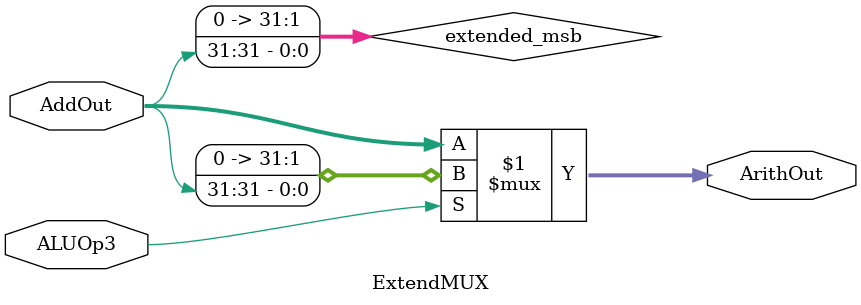
<source format=v>
`timescale 1ns / 1ps
module ExtendMUX(input [31:0] AddOut, input ALUOp3,
					  output [31:0] ArithOut
    );
	wire [31:0] extended_msb;
	
	assign extended_msb = {31'b0,AddOut[31]};

	assign ArithOut = ALUOp3 ? extended_msb : AddOut;
endmodule

</source>
